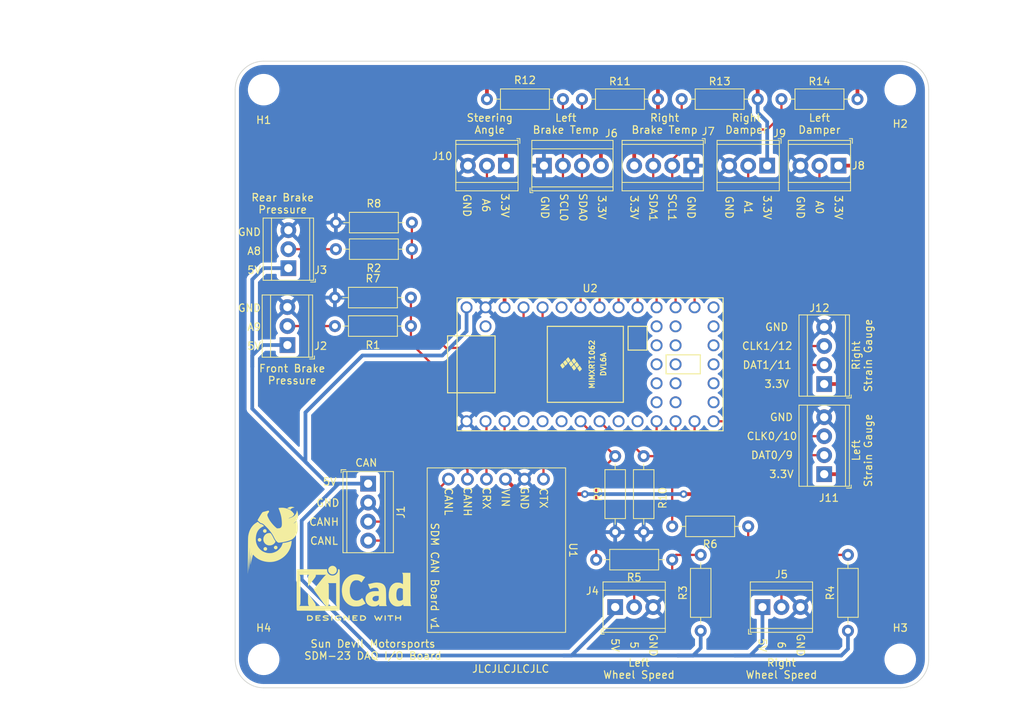
<source format=kicad_pcb>
(kicad_pcb (version 20221018) (generator pcbnew)
  (title_block (title "SDM-23 DAQ I/O Board") (date "2023-01-22") (rev "v1"))
  (layers (0 "F.Cu" signal) (31 "B.Cu" signal) (34 "B.Paste" user) (35 "F.Paste" user) (36 "B.SilkS" user "B.Silkscreen") (37 "F.SilkS" user "F.Silkscreen") (38 "B.Mask" user) (39 "F.Mask" user) (44 "Edge.Cuts" user))
  (net 0 "")
  (net 1 "+5V")
  (net 2 "Net-(J1-Pad3)")
  (net 3 "Net-(J1-Pad4)")
  (net 4 "GND")
  (net 5 "Net-(J2-Pad2)")
  (net 6 "Net-(J3-Pad2)")
  (net 7 "Net-(J4-Pad2)")
  (net 8 "Net-(J5-Pad2)")
  (net 9 "/SCL0")
  (net 10 "/SDA0")
  (net 11 "+3.3V")
  (net 12 "/SCL1")
  (net 13 "/SDA1")
  (net 14 "/A0")
  (net 15 "/A1")
  (net 16 "/A6")
  (net 17 "/DAT0")
  (net 18 "/CLK0")
  (net 19 "/DAT1")
  (net 20 "/CLK1")
  (net 21 "/A9")
  (net 22 "/A8")
  (net 23 "/5")
  (net 24 "/6")
  (net 25 "/CTX2")
  (net 26 "/CRX2")
  (footprint "TerminalBlock_TE-Connectivity:TerminalBlock_TE_282834-4_1x04_P2.54mm_Horizontal" (layer "F.Cu") (at 141.912 69.432)
    (fp_text reference "J6" (at 9.017 -4.318) (layer "F.SilkS"))
    (fp_text value "LeftBrakeTemp")
    (pad "1" thru_hole rect (at 0 0) (size 2.1 2.1) (drill 1.1) (layers "*.Cu" "*.Mask") (net 4 "GND"))
    (pad "2" thru_hole circle (at 2.54 0) (size 2.1 2.1) (drill 1.1) (layers "*.Cu" "*.Mask") (net 9 "/SCL0"))
    (pad "3" thru_hole circle (at 5.08 0) (size 2.1 2.1) (drill 1.1) (layers "*.Cu" "*.Mask") (net 10 "/SDA0"))
    (pad "4" thru_hole circle (at 7.62 0) (size 2.1 2.1) (drill 1.1) (layers "*.Cu" "*.Mask") (net 11 "+3.3V"))
  )
  (footprint "Resistor_THT:R_Axial_DIN0207_L6.3mm_D2.5mm_P10.16mm_Horizontal" (layer "F.Cu") (at 182.552 131.662 90)
    (fp_text reference "R4" (at 5.08 -2.37 90) (layer "F.SilkS"))
    (fp_text value "10k")
    (pad "1" thru_hole circle (at 0 0 90) (size 1.6 1.6) (drill 0.8) (layers "*.Cu" "*.Mask") (net 1 "+5V"))
    (pad "2" thru_hole oval (at 10.16 0 90) (size 1.6 1.6) (drill 0.8) (layers "*.Cu" "*.Mask") (net 8 "Net-(J5-Pad2)"))
  )
  (footprint "TerminalBlock_TE-Connectivity:TerminalBlock_TE_282834-4_1x04_P2.54mm_Horizontal" (layer "F.Cu") (at 179.377 98.647 90)
    (fp_text reference "J12" (at 10.165 -0.635 180) (layer "F.SilkS"))
    (fp_text value "RightStrainGauge")
    (pad "1" thru_hole rect (at 0 0 90) (size 2.1 2.1) (drill 1.1) (layers "*.Cu" "*.Mask") (net 11 "+3.3V"))
    (pad "2" thru_hole circle (at 2.54 0 90) (size 2.1 2.1) (drill 1.1) (layers "*.Cu" "*.Mask") (net 19 "/DAT1"))
    (pad "3" thru_hole circle (at 5.08 0 90) (size 2.1 2.1) (drill 1.1) (layers "*.Cu" "*.Mask") (net 20 "/CLK1"))
    (pad "4" thru_hole circle (at 7.62 0 90) (size 2.1 2.1) (drill 1.1) (layers "*.Cu" "*.Mask") (net 4 "GND"))
  )
  (footprint "MountingHole:MountingHole_3.2mm_M3" (layer "F.Cu") (at 104.447 135.472)
    (fp_text reference "H4" (at 0 -4.2) (layer "F.SilkS"))
    (fp_text value "M3")
    (pad "" np_thru_hole circle (at 0 0) (size 3.2 3.2) (drill 3.2) (layers "*.Cu" "*.Mask"))
  )
  (footprint "Resistor_THT:R_Axial_DIN0207_L6.3mm_D2.5mm_P10.16mm_Horizontal" (layer "F.Cu") (at 162.867 131.662 90)
    (fp_text reference "R3" (at 5.08 -2.37 90) (layer "F.SilkS"))
    (fp_text value "10k")
    (pad "1" thru_hole circle (at 0 0 90) (size 1.6 1.6) (drill 0.8) (layers "*.Cu" "*.Mask") (net 1 "+5V"))
    (pad "2" thru_hole oval (at 10.16 0 90) (size 1.6 1.6) (drill 0.8) (layers "*.Cu" "*.Mask") (net 7 "Net-(J4-Pad2)"))
  )
  (footprint "Resistor_THT:R_Axial_DIN0207_L6.3mm_D2.5mm_P10.16mm_Horizontal" (layer "F.Cu") (at 124.132 87.085 180)
    (fp_text reference "R7" (at 5.08 2.54) (layer "F.SilkS"))
    (fp_text value "4.7k")
    (pad "1" thru_hole circle (at 0 0 180) (size 1.6 1.6) (drill 0.8) (layers "*.Cu" "*.Mask") (net 21 "/A9"))
    (pad "2" thru_hole oval (at 10.16 0 180) (size 1.6 1.6) (drill 0.8) (layers "*.Cu" "*.Mask") (net 4 "GND"))
  )
  (footprint "Resistor_THT:R_Axial_DIN0207_L6.3mm_D2.5mm_P10.16mm_Horizontal" (layer "F.Cu") (at 155.247 108.294 -90)
    (fp_text reference "R10" (at 5.588 -2.54 90) (layer "F.SilkS"))
    (fp_text value "4.7k")
    (pad "1" thru_hole circle (at 0 0 270) (size 1.6 1.6) (drill 0.8) (layers "*.Cu" "*.Mask") (net 24 "/6"))
    (pad "2" thru_hole oval (at 10.16 0 270) (size 1.6 1.6) (drill 0.8) (layers "*.Cu" "*.Mask") (net 4 "GND"))
  )
  (footprint "TerminalBlock_TE-Connectivity:TerminalBlock_TE_282834-3_1x03_P2.54mm_Horizontal" (layer "F.Cu") (at 181.282 69.432 180)
    (fp_text reference "J8" (at -2.667 0) (layer "F.SilkS"))
    (fp_text value "LeftDamper")
    (pad "1" thru_hole rect (at 0 0 180) (size 2.1 2.1) (drill 1.1) (layers "*.Cu" "*.Mask") (net 11 "+3.3V"))
    (pad "2" thru_hole circle (at 2.54 0 180) (size 2.1 2.1) (drill 1.1) (layers "*.Cu" "*.Mask") (net 14 "/A0"))
    (pad "3" thru_hole circle (at 5.08 0 180) (size 2.1 2.1) (drill 1.1) (layers "*.Cu" "*.Mask") (net 4 "GND"))
  )
  (footprint "TerminalBlock_TE-Connectivity:TerminalBlock_TE_282834-3_1x03_P2.54mm_Horizontal" (layer "F.Cu") (at 107.749 83.148 90)
    (fp_text reference "J3" (at -0.254 4.318 180) (layer "F.SilkS"))
    (fp_text value "RearBrakePressure")
    (pad "1" thru_hole rect (at 0 0 90) (size 2.1 2.1) (drill 1.1) (layers "*.Cu" "*.Mask") (net 1 "+5V"))
    (pad "2" thru_hole circle (at 2.54 0 90) (size 2.1 2.1) (drill 1.1) (layers "*.Cu" "*.Mask") (net 6 "Net-(J3-Pad2)"))
    (pad "3" thru_hole circle (at 5.08 0 90) (size 2.1 2.1) (drill 1.1) (layers "*.Cu" "*.Mask") (net 4 "GND"))
  )
  (footprint "Resistor_THT:R_Axial_DIN0207_L6.3mm_D2.5mm_P10.16mm_Horizontal" (layer "F.Cu") (at 113.972 90.895)
    (fp_text reference "R1" (at 5.08 2.54) (layer "F.SilkS"))
    (fp_text value "4.7k")
    (pad "1" thru_hole circle (at 0 0) (size 1.6 1.6) (drill 0.8) (layers "*.Cu" "*.Mask") (net 5 "Net-(J2-Pad2)"))
    (pad "2" thru_hole oval (at 10.16 0) (size 1.6 1.6) (drill 0.8) (layers "*.Cu" "*.Mask") (net 21 "/A9"))
  )
  (footprint "Resistor_THT:R_Axial_DIN0207_L6.3mm_D2.5mm_P10.16mm_Horizontal" (layer "F.Cu") (at 114.099 80.608)
    (fp_text reference "R2" (at 5.08 2.54) (layer "F.SilkS"))
    (fp_text value "4.7k")
    (pad "1" thru_hole circle (at 0 0) (size 1.6 1.6) (drill 0.8) (layers "*.Cu" "*.Mask") (net 6 "Net-(J3-Pad2)"))
    (pad "2" thru_hole oval (at 10.16 0) (size 1.6 1.6) (drill 0.8) (layers "*.Cu" "*.Mask") (net 22 "/A8"))
  )
  (footprint "Symbol:KiCad-Logo2_6mm_SilkScreen" (layer "F.Cu") (at 116.512 125.947)
    (fp_text reference "REF**" hide)
    (fp_text value "KiCad-Logo2_6mm_SilkScreen" hide)
  )
  (footprint "Resistor_THT:R_Axial_DIN0207_L6.3mm_D2.5mm_P10.16mm_Horizontal" (layer "F.Cu") (at 146.992 60.542)
    (fp_text reference "R11" (at 5.08 -2.37) (layer "F.SilkS"))
    (fp_text value "4.7k")
    (pad "1" thru_hole circle (at 0 0) (size 1.6 1.6) (drill 0.8) (layers "*.Cu" "*.Mask") (net 10 "/SDA0"))
    (pad "2" thru_hole oval (at 10.16 0) (size 1.6 1.6) (drill 0.8) (layers "*.Cu" "*.Mask") (net 11 "+3.3V"))
  )
  (footprint "MountingHole:MountingHole_3.2mm_M3" (layer "F.Cu") (at 104.447 59.272)
    (fp_text reference "H1" (at 0 4.064) (layer "F.SilkS"))
    (fp_text value "M3")
    (pad "" np_thru_hole circle (at 0 0) (size 3.2 3.2) (drill 3.2) (layers "*.Cu" "*.Mask"))
  )
  (footprint "SDM:SDM_CANBoard_v1" (layer "F.Cu") (at 143.812 120.867 -90)
    (fp_text reference "U1" (at 0 -2 -90 unlocked) (layer "F.SilkS"))
    (fp_text value "SN65HVD230_CAN_Transceiver")
    (fp_text user "CTX" (at -6.96 1.96 -90 unlocked) (layer "F.SilkS"))
    (fp_text user "CANH" (at -6.5 12.12 -90 unlocked) (layer "F.SilkS"))
    (fp_text user "CRX" (at -6.96 9.58 -90 unlocked) (layer "F.SilkS"))
    (fp_text user "SDM CAN Board v1" (at 3.5 16.5 -90 unlocked) (layer "F.SilkS"))
    (fp_text user "CANL" (at -6.5 14.66 -90 unlocked) (layer "F.SilkS"))
    (fp_text user "VIN" (at -6.96 7.04 -90 unlocked) (layer "F.SilkS"))
    (fp_text user "GND" (at -6.96 4.5 -90 unlocked) (layer "F.SilkS"))
    (pad "1" thru_hole circle (at -9.5 1.96 270) (size 1.7 1.7) (drill 1) (layers "*.Cu" "*.Mask") (net 25 "/CTX2"))
    (pad "2" thru_hole circle (at -9.5 4.5 270) (size 1.7 1.7) (drill 1) (layers "*.Cu" "*.Mask") (net 4 "GND"))
    (pad "3" thru_hole circle (at -9.5 7.04 270) (size 1.7 1.7) (drill 1) (layers "*.Cu" "*.Mask") (net 11 "+3.3V"))
    (pad "4" thru_hole circle (at -9.5 9.58 270) (size 1.7 1.7) (drill 1) (layers "*.Cu" "*.Mask") (net 26 "/CRX2"))
    (pad "5" thru_hole circle (at -9.5 12.12 270) (size 1.7 1.7) (drill 1) (layers "*.Cu" "*.Mask") (net 2 "Net-(J1-Pad3)"))
    (pad "6" thru_hole circle (at -9.5 14.66 270) (size 1.7 1.7) (drill 1) (layers "*.Cu" "*.Mask") (net 3 "Net-(J1-Pad4)"))
  )
  (footprint "TerminalBlock_TE-Connectivity:TerminalBlock_TE_282834-3_1x03_P2.54mm_Horizontal" (layer "F.Cu") (at 107.622 93.435 90)
    (fp_text reference "J2" (at -0.127 4.445 180) (layer "F.SilkS"))
    (fp_text value "FrontBrakePressure")
    (pad "1" thru_hole rect (at 0 0 90) (size 2.1 2.1) (drill 1.1) (layers "*.Cu" "*.Mask") (net 1 "+5V"))
    (pad "2" thru_hole circle (at 2.54 0 90) (size 2.1 2.1) (drill 1.1) (layers "*.Cu" "*.Mask") (net 5 "Net-(J2-Pad2)"))
    (pad "3" thru_hole circle (at 5.08 0 90) (size 2.1 2.1) (drill 1.1) (layers "*.Cu" "*.Mask") (net 4 "GND"))
  )
  (footprint "TerminalBlock_TE-Connectivity:TerminalBlock_TE_282834-4_1x04_P2.54mm_Horizontal" (layer "F.Cu") (at 161.602 69.432 180)
    (fp_text reference "J7" (at -2.281 4.572) (layer "F.SilkS"))
    (fp_text value "RightBrakeTemp")
    (pad "1" thru_hole rect (at 0 0 180) (size 2.1 2.1) (drill 1.1) (layers "*.Cu" "*.Mask") (net 4 "GND"))
    (pad "2" thru_hole circle (at 2.54 0 180) (size 2.1 2.1) (drill 1.1) (layers "*.Cu" "*.Mask") (net 12 "/SCL1"))
    (pad "3" thru_hole circle (at 5.08 0 180) (size 2.1 2.1) (drill 1.1) (layers "*.Cu" "*.Mask") (net 13 "/SDA1"))
    (pad "4" thru_hole circle (at 7.62 0 180) (size 2.1 2.1) (drill 1.1) (layers "*.Cu" "*.Mask") (net 11 "+3.3V"))
  )
  (footprint "Resistor_THT:R_Axial_DIN0207_L6.3mm_D2.5mm_P10.16mm_Horizontal" (layer "F.Cu") (at 169.217 117.692 180)
    (fp_text reference "R6" (at 5.08 -2.37) (layer "F.SilkS"))
    (fp_text value "4.7k")
    (pad "1" thru_hole circle (at 0 0 180) (size 1.6 1.6) (drill 0.8) (layers "*.Cu" "*.Mask") (net 8 "Net-(J5-Pad2)"))
    (pad "2" thru_hole oval (at 10.16 0 180) (size 1.6 1.6) (drill 0.8) (layers "*.Cu" "*.Mask") (net 24 "/6"))
  )
  (footprint "TerminalBlock_TE-Connectivity:TerminalBlock_TE_282834-3_1x03_P2.54mm_Horizontal" (layer "F.Cu") (at 136.832 69.432 180)
    (fp_text reference "J10" (at 8.509 1.27) (layer "F.SilkS"))
    (fp_text value "SteeringAngle")
    (pad "1" thru_hole rect (at 0 0 180) (size 2.1 2.1) (drill 1.1) (layers "*.Cu" "*.Mask") (net 11 "+3.3V"))
    (pad "2" thru_hole circle (at 2.54 0 180) (size 2.1 2.1) (drill 1.1) (layers "*.Cu" "*.Mask") (net 16 "/A6"))
    (pad "3" thru_hole circle (at 5.08 0 180) (size 2.1 2.1) (drill 1.1) (layers "*.Cu" "*.Mask") (net 4 "GND"))
  )
  (footprint "Resistor_THT:R_Axial_DIN0207_L6.3mm_D2.5mm_P10.16mm_Horizontal" (layer "F.Cu") (at 160.327 60.542)
    (fp_text reference "R13" (at 5.08 -2.37) (layer "F.SilkS"))
    (fp_text value "4.7k")
    (pad "1" thru_hole circle (at 0 0) (size 1.6 1.6) (drill 0.8) (layers "*.Cu" "*.Mask") (net 13 "/SDA1"))
    (pad "2" thru_hole oval (at 10.16 0) (size 1.6 1.6) (drill 0.8) (layers "*.Cu" "*.Mask") (net 11 "+3.3V"))
  )
  (footprint "MountingHole:MountingHole_3.2mm_M3" (layer "F.Cu") (at 189.537 135.472)
    (fp_text reference "H3" (at 0 -4.2) (layer "F.SilkS"))
    (fp_text value "M3")
    (pad "" np_thru_hole circle (at 0 0) (size 3.2 3.2) (drill 3.2) (layers "*.Cu" "*.Mask"))
  )
  (footprint "Resistor_THT:R_Axial_DIN0207_L6.3mm_D2.5mm_P10.16mm_Horizontal" (layer "F.Cu") (at 124.259 77.052 180)
    (fp_text reference "R8" (at 5.08 2.54) (layer "F.SilkS"))
    (fp_text value "4.7k")
    (pad "1" thru_hole circle (at 0 0 180) (size 1.6 1.6) (drill 0.8) (layers "*.Cu" "*.Mask") (net 22 "/A8"))
    (pad "2" thru_hole oval (at 10.16 0 180) (size 1.6 1.6) (drill 0.8) (layers "*.Cu" "*.Mask") (net 4 "GND"))
  )
  (footprint "TerminalBlock_TE-Connectivity:TerminalBlock_TE_282834-4_1x04_P2.54mm_Horizontal" (layer "F.Cu") (at 179.377 110.707 90)
    (fp_text reference "J11" (at -3.175 0.635 180) (layer "F.SilkS"))
    (fp_text value "LeftStrainGauge")
    (pad "1" thru_hole rect (at 0 0 90) (size 2.1 2.1) (drill 1.1) (layers "*.Cu" "*.Mask") (net 11 "+3.3V"))
    (pad "2" thru_hole circle (at 2.54 0 90) (size 2.1 2.1) (drill 1.1) (layers "*.Cu" "*.Mask") (net 17 "/DAT0"))
    (pad "3" thru_hole circle (at 5.08 0 90) (size 2.1 2.1) (drill 1.1) (layers "*.Cu" "*.Mask") (net 18 "/CLK0"))
    (pad "4" thru_hole circle (at 7.62 0 90) (size 2.1 2.1) (drill 1.1) (layers "*.Cu" "*.Mask") (net 4 "GND"))
  )
  (footprint "MountingHole:MountingHole_3.2mm_M3" (layer "F.Cu") (at 189.537 59.272)
    (fp_text reference "H2" (at 0 4.572) (layer "F.SilkS"))
    (fp_text value "M3")
    (pad "" np_thru_hole circle (at 0 0) (size 3.2 3.2) (drill 3.2) (layers "*.Cu" "*.Mask"))
  )
  (footprint "Teensy:Teensy40" (layer "F.Cu") (at 148.082 96.012)
    (fp_text reference "U2" (at 0 -10.16) (layer "F.SilkS"))
    (fp_text value "Teensy4.0")
    (fp_text user "DVL6A" (at 1.778 0 90) (layer "F.SilkS") (effects (font (size 0.7 0.7))))
    (fp_text user "MIMXRT1062" (at 0.254 0 90) (layer "F.SilkS") (effects (font (size 0.7 0.7))))
    (pad "1" thru_hole circle (at -16.51 7.62) (size 1.6 1.6) (drill 1.1) (layers "*.Cu" "*.Mask") (net 4 "GND"))
    (pad "2" thru_hole circle (at -13.97 7.62) (size 1.6 1.6) (drill 1.1) (layers "*.Cu" "*.Mask") (net 26 "/CRX2"))
    (pad "3" thru_hole circle (at -11.43 7.62) (size 1.6 1.6) (drill 1.1) (layers "*.Cu" "*.Mask") (net 25 "/CTX2"))
    (pad "4" thru_hole circle (at -8.89 7.62) (size 1.6 1.6) (drill 1.1) (layers "*.Cu" "*.Mask"))
    (pad "5" thru_hole circle (at -6.35 7.62) (size 1.6 1.6) (drill 1.1) (layers "*.Cu" "*.Mask"))
    (pad "6" thru_hole circle (at -3.81 7.62) (size 1.6 1.6) (drill 1.1) (layers "*.Cu" "*.Mask"))
    (pad "7" thru_hole circle (at -1.27 7.62) (size 1.6 1.6) (drill 1.1) (layers "*.Cu" "*.Mask") (net 23 "/5"))
    (pad "8" thru_hole circle (at 1.27 7.62) (size 1.6 1.6) (drill 1.1) (layers "*.Cu" "*.Mask") (net 24 "/6"))
    (pad "9" thru_hole circle (at 3.81 7.62) (size 1.6 1.6) (drill 1.1) (layers "*.Cu" "*.Mask"))
    (pad "10" thru_hole circle (at 6.35 7.62) (size 1.6 1.6) (drill 1.1) (layers "*.Cu" "*.Mask"))
    (pad "11" thru_hole circle (at 8.89 7.62) (size 1.6 1.6) (drill 1.1) (layers "*.Cu" "*.Mask") (net 17 "/DAT0"))
    (pad "12" thru_hole circle (at 11.43 7.62) (size 1.6 1.6) (drill 1.1) (layers "*.Cu" "*.Mask") (net 18 "/CLK0"))
    (pad "13" thru_hole circle (at 13.97 7.62) (size 1.6 1.6) (drill 1.1) (layers "*.Cu" "*.Mask") (net 19 "/DAT1"))
    (pad "14" thru_hole circle (at 16.51 7.62) (size 1.6 1.6) (drill 1.1) (layers "*.Cu" "*.Mask") (net 20 "/CLK1"))
    (pad "15" thru_hole circle (at 16.51 5.08) (size 1.6 1.6) (drill 1.1) (layers "*.Cu" "*.Mask"))
    (pad "16" thru_hole circle (at 16.51 2.54) (size 1.6 1.6) (drill 1.1) (layers "*.Cu" "*.Mask"))
    (pad "17" thru_hole circle (at 16.51 0) (size 1.6 1.6) (drill 1.1) (layers "*.Cu" "*.Mask"))
    (pad "18" thru_hole circle (at 16.51 -2.54) (size 1.6 1.6) (drill 1.1) (layers "*.Cu" "*.Mask"))
    (pad "19" thru_hole circle (at 16.51 -5.08) (size 1.6 1.6) (drill 1.1) (layers "*.Cu" "*.Mask"))
    (pad "20" thru_hole circle (at 16.51 -7.62) (size 1.6 1.6) (drill 1.1) (layers "*.Cu" "*.Mask"))
    (pad "21" thru_hole circle (at 13.97 -7.62) (size 1.6 1.6) (drill 1.1) (layers "*.Cu" "*.Mask") (net 14 "/A0"))
    (pad "22" thru_hole circle (at 11.43 -7.62) (size 1.6 1.6) (drill 1.1) (layers "*.Cu" "*.Mask") (net 15 "/A1"))
    (pad "23" thru_hole circle (at 8.89 -7.62) (size 1.6 1.6) (drill 1.1) (layers "*.Cu" "*.Mask") (net 12 "/SCL1"))
    (pad "24" thru_hole circle (at 6.35 -7.62) (size 1.6 1.6) (drill 1.1) (layers "*.Cu" "*.Mask") (net 13 "/SDA1"))
    (pad "25" thru_hole circle (at 3.81 -7.62) (size 1.6 1.6) (drill 1.1) (layers "*.Cu" "*.Mask") (net 10 "/SDA0"))
    (pad "26" thru_hole circle (at 1.27 -7.62) (size 1.6 1.6) (drill 1.1) (layers "*.Cu" "*.Mask") (net 9 "/SCL0"))
    (pad "27" thru_hole circle (at -1.27 -7.62) (size 1.6 1.6) (drill 1.1) (layers "*.Cu" "*.Mask") (net 16 "/A6"))
    (pad "28" thru_hole circle (at -3.81 -7.62) (size 1.6 1.6) (drill 1.1) (layers "*.Cu" "*.Mask"))
    (pad "29" thru_hole circle (at -6.35 -7.62) (size 1.6 1.6) (drill 1.1) (layers "*.Cu" "*.Mask") (net 21 "/A9"))
    (pad "30" thru_hole circle (at -8.89 -7.62) (size 1.6 1.6) (drill 1.1) (layers "*.Cu" "*.Mask") (net 22 "/A8"))
    (pad "31" thru_hole circle (at -11.43 -7.62) (size 1.6 1.6) (drill 1.1) (layers "*.Cu" "*.Mask") (net 11 "+3.3V"))
    (pad "32" thru_hole circle (at -13.97 -7.62) (size 1.6 1.6) (drill 1.1) (layers "*.Cu" "*.Mask") (net 4 "GND"))
    (pad "33" thru_hole circle (at -16.51 -7.62) (size 1.6 1.6) (drill 1.1) (layers "*.Cu" "*.Mask") (net 1 "+5V"))
    (pad "34" thru_hole circle (at -13.97 -5.08) (size 1.6 1.6) (drill 1.1) (layers "*.Cu" "*.Mask"))
    (pad "35" thru_hole circle (at 11.43 -5.08) (size 1.6 1.6) (drill 1.1) (layers "*.Cu" "*.Mask"))
    (pad "36" thru_hole circle (at 8.89 -5.08) (size 1.6 1.6) (drill 1.1) (layers "*.Cu" "*.Mask"))
    (pad "37" thru_hole circle (at 11.43 -2.54) (size 1.6 1.6) (drill 1.1) (layers "*.Cu" "*.Mask"))
    (pad "38" thru_hole circle (at 8.89 -2.54) (size 1.6 1.6) (drill 1.1) (layers "*.Cu" "*.Mask"))
    (pad "39" thru_hole circle (at 11.43 0) (size 1.6 1.6) (drill 1.1) (layers "*.Cu" "*.Mask"))
    (pad "40" thru_hole circle (at 8.89 0) (size 1.6 1.6) (drill 1.1) (layers "*.Cu" "*.Mask"))
    (pad "41" thru_hole circle (at 11.43 2.54) (size 1.6 1.6) (drill 1.1) (layers "*.Cu" "*.Mask"))
    (pad "42" thru_hole circle (at 8.89 2.54) (size 1.6 1.6) (drill 1.1) (layers "*.Cu" "*.Mask"))
    (pad "43" thru_hole circle (at 11.43 5.08) (size 1.6 1.6) (drill 1.1) (layers "*.Cu" "*.Mask"))
    (pad "44" thru_hole circle (at 8.89 5.08) (size 1.6 1.6) (drill 1.1) (layers "*.Cu" "*.Mask"))
  )
  (footprint "Resistor_THT:R_Axial_DIN0207_L6.3mm_D2.5mm_P10.16mm_Horizontal" (layer "F.Cu") (at 173.662 60.542)
    (fp_text reference "R14" (at 5.08 -2.37) (layer "F.SilkS"))
    (fp_text value "4.7k")
    (pad "1" thru_hole circle (at 0 0) (size 1.6 1.6) (drill 0.8) (layers "*.Cu" "*.Mask") (net 12 "/SCL1"))
    (pad "2" thru_hole oval (at 10.16 0) (size 1.6 1.6) (drill 0.8) (layers "*.Cu" "*.Mask") (net 11 "+3.3V"))
  )
  (footprint "TerminalBlock_TE-Connectivity:TerminalBlock_TE_282834-3_1x03_P2.54mm_Horizontal" (layer "F.Cu") (at 171.122 128.487)
    (fp_text reference "J5" (at 2.54 -4.37) (layer "F.SilkS"))
    (fp_text value "RightWheelSpeed")
    (pad "1" thru_hole rect (at 0 0) (size 2.1 2.1) (drill 1.1) (layers "*.Cu" "*.Mask") (net 1 "+5V"))
    (pad "2" thru_hole circle (at 2.54 0) (size 2.1 2.1) (drill 1.1) (layers "*.Cu" "*.Mask") (net 8 "Net-(J5-Pad2)"))
    (pad "3" thru_hole circle (at 5.08 0) (size 2.1 2.1) (drill 1.1) (layers "*.Cu" "*.Mask") (net 4 "GND"))
  )
  (footprint "SDM:Logo" (layer "F.Cu") (at 105.717 119.597 -90)
    (fp_text reference "G***" hide)
    (fp_text value "LOGO" hide)
  )
  (footprint "Resistor_THT:R_Axial_DIN0207_L6.3mm_D2.5mm_P10.16mm_Horizontal" (layer "F.Cu") (at 151.437 108.294 -90)
    (fp_text reference "R9" (at 5.08 2.286 90) (layer "F.SilkS"))
    (fp_text value "4.7k")
    (pad "1" thru_hole circle (at 0 0 270) (size 1.6 1.6) (drill 0.8) (layers "*.Cu" "*.Mask") (net 23 "/5"))
    (pad "2" thru_hole oval (at 10.16 0 270) (size 1.6 1.6) (drill 0.8) (layers "*.Cu" "*.Mask") (net 4 "GND"))
  )
  (footprint "Resistor_THT:R_Axial_DIN0207_L6.3mm_D2.5mm_P10.16mm_Horizontal" (layer "F.Cu") (at 159.057 122.137 180)
    (fp_text reference "R5" (at 5.08 -2.37) (layer "F.SilkS"))
    (fp_text value "4.7k")
    (pad "1" thru_hole circle (at 0 0 180) (size 1.6 1.6) (drill 0.8) (layers "*.Cu" "*.Mask") (net 7 "Net-(J4-Pad2)"))
    (pad "2" thru_hole oval (at 10.16 0 180) (size 1.6 1.6) (drill 0.8) (layers "*.Cu" "*.Mask") (net 23 "/5"))
  )
  (footprint "TerminalBlock_TE-Connectivity:TerminalBlock_TE_282834-4_1x04_P2.54mm_Horizontal" (layer "F.Cu") (at 118.417 111.972 -90)
    (fp_text reference "J1" (at 3.81 -4.37 90) (layer "F.SilkS"))
    (fp_text value "CAN")
    (pad "1" thru_hole rect (at 0 0 270) (size 2.1 2.1) (drill 1.1) (layers "*.Cu" "*.Mask") (net 1 "+5V"))
    (pad "2" thru_hole circle (at 2.54 0 270) (size 2.1 2.1) (drill 1.1) (layers "*.Cu" "*.Mask") (net 4 "GND"))
    (pad "3" thru_hole circle (at 5.08 0 270) (size 2.1 2.1) (drill 1.1) (layers "*.Cu" "*.Mask") (net 2 "Net-(J1-Pad3)"))
    (pad "4" thru_hole circle (at 7.62 0 270) (size 2.1 2.1) (drill 1.1) (layers "*.Cu" "*.Mask") (net 3 "Net-(J1-Pad4)"))
  )
  (footprint "TerminalBlock_TE-Connectivity:TerminalBlock_TE_282834-3_1x03_P2.54mm_Horizontal" (layer "F.Cu") (at 171.757 69.432 180)
    (fp_text reference "J9" (at -1.66 4.318) (layer "F.SilkS"))
    (fp_text value "RightDamper")
    (pad "1" thru_hole rect (at 0 0 180) (size 2.1 2.1) (drill 1.1) (layers "*.Cu" "*.Mask") (net 11 "+3.3V"))
    (pad "2" thru_hole circle (at 2.54 0 180) (size 2.1 2.1) (drill 1.1) (layers "*.Cu" "*.Mask") (net 15 "/A1"))
    (pad "3" thru_hole circle (at 5.08 0 180) (size 2.1 2.1) (drill 1.1) (layers "*.Cu" "*.Mask") (net 4 "GND"))
  )
  (footprint "TerminalBlock_TE-Connectivity:TerminalBlock_TE_282834-3_1x03_P2.54mm_Horizontal" (layer "F.Cu") (at 151.437 128.487)
    (fp_text reference "J4" (at -3.048 -2.159) (layer "F.SilkS"))
    (fp_text value "LeftWheelSpeed")
    (pad "1" thru_hole rect (at 0 0) (size 2.1 2.1) (drill 1.1) (layers "*.Cu" "*.Mask") (net 1 "+5V"))
    (pad "2" thru_hole circle (at 2.54 0) (size 2.1 2.1) (drill 1.1) (layers "*.Cu" "*.Mask") (net 7 "Net-(J4-Pad2)"))
    (pad "3" thru_hole circle (at 5.08 0) (size 2.1 2.1) (drill 1.1) (layers "*.Cu" "*.Mask") (net 4 "GND"))
  )
  (footprint "Resistor_THT:R_Axial_DIN0207_L6.3mm_D2.5mm_P10.16mm_Horizontal" (layer "F.Cu") (at 144.452 60.542 180)
    (fp_text reference "R12" (at 5.08 2.54) (layer "F.SilkS"))
    (fp_text value "4.7k")
    (pad "1" thru_hole circle (at 0 0 180) (size 1.6 1.6) (drill 0.8) (layers "*.Cu" "*.Mask") (net 9 "/SCL0"))
    (pad "2" thru_hole oval (at 10.16 0 180) (size 1.6 1.6) (drill 0.8) (layers "*.Cu" "*.Mask") (net 11 "+3.3V"))
  )
  (gr_arc (start 100.637 59.272) (mid 101.752923 56.577923) (end 104.447 55.462) (stroke (width 0.1)) (layer "Edge.Cuts"))
  (gr_line (start 193.347 59.272) (end 193.347 135.472) (stroke (width 0.1)) (layer "Edge.Cuts"))
  (gr_arc (start 189.537 55.462) (mid 192.231077 56.577923) (end 193.347 59.272) (stroke (width 0.1)) (layer "Edge.Cuts"))
  (gr_line (start 104.447 55.462) (end 189.537 55.462) (stroke (width 0.1)) (layer "Edge.Cuts"))
  (gr_arc (start 104.447 139.282) (mid 101.752923 138.166077) (end 100.637 135.472) (stroke (width 0.1)) (layer "Edge.Cuts"))
  (gr_line (start 189.537 139.282) (end 104.447 139.282) (stroke (width 0.1)) (layer "Edge.Cuts"))
  (gr_arc (start 193.347 135.472) (mid 192.231077 138.166077) (end 189.537 139.282) (stroke (width 0.1)) (layer "Edge.Cuts"))
  (gr_line (start 100.637 135.472) (end 100.637 59.272) (stroke (width 0.1)) (layer "Edge.Cuts"))
  (gr_text "A6" (at 134.165 74.766 270) (layer "F.SilkS") (effects (font (size 1 1))))
  (gr_text "GND" (at 142.039 75.02 270) (layer "F.SilkS") (effects (font (size 1 1))))
  (gr_text "Right\nWheel Speed" (at 173.662 136.742) (layer "F.SilkS") (effects (font (size 1 1))))
  (gr_text "Steering\nAngle" (at 134.673 63.844) (layer "F.SilkS") (effects (font (size 1 1))))
  (gr_text "SCL1" (at 159.057 75.02 270) (layer "F.SilkS") (effects (font (size 1 1))))
  (gr_text "Left\nStrain Gauge" (at 184.457 107.532 90) (layer "F.SilkS") (effects (font (size 1 1))))
  (gr_text "GND" (at 176.202 133.567 270) (layer "F.SilkS") (effects (font (size 1 1))))
  (gr_text "A9" (at 103.177 91.022) (layer "F.SilkS") (effects (font (size 1 1))))
  (gr_text "JLCJLCJLCJLC" (at 137.467 136.742) (layer "F.SilkS") (effects (font (size 1 1))))
  (gr_text "3.3V" (at 136.705 74.766 270) (layer "F.SilkS") (effects (font (size 1 1))))
  (gr_text "6\n" (at 173.662 133.567 270) (layer "F.SilkS") (effects (font (size 1 1))))
  (gr_text "GND" (at 161.597 75.02 270) (layer "F.SilkS") (effects (font (size 1 1))))
  (gr_text "DAT0/9" (at 172.392 108.167) (layer "F.SilkS") (effects (font (size 1 1))))
  (gr_text "GND" (at 173.027 91.022) (layer "F.SilkS") (effects (font (size 1 1))))
  (gr_text "Left\nBrake Temp" (at 144.833 63.844) (layer "F.SilkS") (effects (font (size 1 1))))
  (gr_text "Left\nDamper" (at 178.742 63.844) (layer "F.SilkS") (effects (font (size 1 1))))
  (gr_text "SDA1" (at 156.517 75.02 270) (layer "F.SilkS") (effects (font (size 1 1))))
  (gr_text "GND" (at 102.542 88.482) (layer "F.SilkS") (effects (font (size 1 1))))
  (gr_text "GND" (at 176.202 75.02 270) (layer "F.SilkS") (effects (font (size 1 1))))
  (gr_text "3.3V" (at 171.757 75.02 270) (layer "F.SilkS") (effects (font (size 1 1))))
  (gr_text "Right\nDamper" (at 168.963 63.844) (layer "F.SilkS") (effects (font (size 1 1))))
  (gr_text "Left\nWheel Speed" (at 154.612 136.742) (layer "F.SilkS") (effects (font (size 1 1))))
  (gr_text "CANL" (at 112.522 119.634) (layer "F.SilkS") (effects (font (size 1 1))))
  (gr_text "GND" (at 102.542 78.322) (layer "F.SilkS") (effects (font (size 1 1))))
  (gr_text "Front Brake\nPressure" (at 108.257 97.372) (layer "F.SilkS") (effects (font (size 1 1))))
  (gr_text "SDA0" (at 147.119 75.02 270) (layer "F.SilkS") (effects (font (size 1 1))))
  (gr_text "A1" (at 169.217 75.02 270) (layer "F.SilkS") (effects (font (size 1 1))))
  (gr_text "3.3V" (at 181.282 75.02 270) (layer "F.SilkS") (effects (font (size 1 1))))
  (gr_text "CLK0/10" (at 172.392 105.627) (layer "F.SilkS") (effects (font (size 1 1))))
  (gr_text "5V" (at 171.122 133.567 270) (layer "F.SilkS") (effects (font (size 1 1))))
  (gr_text "GND" (at 166.677 75.02 270) (layer "F.SilkS") (effects (font (size 1 1))))
  (gr_text "3.3V" (at 173.662 110.707) (layer "F.SilkS") (effects (font (size 1 1))))
  (gr_text "3.3V" (at 153.977 75.02 270) (layer "F.SilkS") (effects (font (size 1 1))))
  (gr_text "5V" (at 113.284 111.723) (layer "F.SilkS") (effects (font (size 1 1))))
  (gr_text "CLK1/12" (at 171.757 93.562) (layer "F.SilkS") (effects (font (size 1 1))))
  (gr_text "3.3V" (at 149.659 75.02 270) (layer "F.SilkS") (effects (font (size 1 1))))
  (gr_text "GND" (at 131.625 74.766 270) (layer "F.SilkS") (effects (font (size 1 1))))
  (gr_text "Rear Brake\nPressure" (at 106.987 74.512) (layer "F.SilkS") (effects (font (size 1 1))))
  (gr_text "A0" (at 178.742 75.02 270) (layer "F.SilkS") (effects (font (size 1 1))))
  (gr_text "DAT1/11" (at 171.757 96.102) (layer "F.SilkS") (effects (font (size 1 1))))
  (gr_text "Right\nBrake Temp" (at 158.041 63.844) (layer "F.SilkS") (effects (font (size 1 1))))
  (gr_text "A8" (at 103.177 80.862) (layer "F.SilkS") (effects (font (size 1 1))))
  (gr_text "GND" (at 156.517 133.567 270) (layer "F.SilkS") (effects (font (size 1 1))))
  (gr_text "SCL0" (at 144.579 75.02 270) (layer "F.SilkS") (effects (font (size 1 1))))
  (gr_text "5V" (at 103.177 93.562) (layer "F.SilkS") (effects (font (size 1 1))))
  (gr_text "5V" (at 103.177 83.402) (layer "F.SilkS") (effects (font (size 1 1))))
  (gr_text "CANH" (at 112.522 117.094) (layer "F.SilkS") (effects (font (size 1 1))))
  (gr_text "Right\nStrain Gauge" (at 184.457 94.832 90) (layer "F.SilkS") (effects (font (size 1 1))))
  (gr_text "GND" (at 113.03 114.554) (layer "F.SilkS") (effects (font (size 1 1))))
  (gr_text "GND" (at 173.662 103.087) (layer "F.SilkS") (effects (font (size 1 1))))
  (gr_text "5V" (at 151.437 133.567 270) (layer "F.SilkS") (effects (font (size 1 1))))
  (gr_text "3.3V" (at 173.027 98.642) (layer "F.SilkS") (effects (font (size 1 1))))
  (gr_text "Sun Devil Motorsports\nSDM-23 DAQ I/O Board" (at 119.052 134.202) (layer "F.SilkS") (effects (font (size 1 1))))
  (gr_text "5" (at 153.977 133.567 270) (layer "F.SilkS") (effects (font (size 1 1))))
  (gr_text "CAN\n" (at 118.163 109.183) (layer "F.SilkS") (effects (font (size 1 1))))
  (segment (start 110.035 109.056) (end 110.035 102.452) (width 0.5) (layer "B.Cu") (net 1))
  (segment (start 114.475 111.972) (end 109.527 116.92) (width 0.5) (layer "B.Cu") (net 1))
  (segment (start 118.417 111.972) (end 114.475 111.972) (width 0.5) (layer "B.Cu") (net 1))
  (segment (start 110.289 109.31) (end 110.035 109.056) (width 0.5) (layer "B.Cu") (net 1))
  (segment (start 117.655 94.832) (end 128.323 94.832) (width 0.5) (layer "B.Cu") (net 1))
  (segment (start 119.687 134.964) (end 144.579 134.964) (width 0.5) (layer "B.Cu") (net 1))
  (segment (start 144.579 134.964) (end 145.595 134.964) (width 0.5) (layer "B.Cu") (net 1))
  (segment (start 169.471 134.964) (end 171.122 133.313) (width 0.5) (layer "B.Cu") (net 1))
  (segment (start 110.035 102.452) (end 117.655 94.832) (width 0.5) (layer "B.Cu") (net 1))
  (segment (start 145.595 134.964) (end 151.437 129.122) (width 0.5) (layer "B.Cu") (net 1))
  (segment (start 161.851 134.964) (end 162.867 133.948) (width 0.5) (layer "B.Cu") (net 1))
  (segment (start 102.923 101.944) (end 102.923 96.356) (width 0.5) (layer "B.Cu") (net 1))
  (segment (start 114.475 111.972) (end 112.951 111.972) (width 0.5) (layer "B.Cu") (net 1))
  (segment (start 182.552 134.075) (end 182.552 131.662) (width 0.5) (layer "B.Cu") (net 1))
  (segment (start 112.951 111.972) (end 110.289 109.31) (width 0.5) (layer "B.Cu") (net 1))
  (segment (start 104.32 93.435) (end 107.622 93.435) (width 0.5) (layer "B.Cu") (net 1))
  (segment (start 102.923 94.832) (end 104.32 93.435) (width 0.5) (layer "B.Cu") (net 1))
  (segment (start 102.923 96.356) (end 102.923 94.832) (width 0.5) (layer "B.Cu") (net 1))
  (segment (start 162.867 133.948) (end 162.867 131.662) (width 0.5) (layer "B.Cu") (net 1))
  (segment (start 104.447 83.148) (end 107.749 83.148) (width 0.5) (layer "B.Cu") (net 1))
  (segment (start 131.572 91.583) (end 128.323 94.832) (width 0.5) (layer "B.Cu") (net 1))
  (segment (start 144.579 134.964) (end 159.819 134.964) (width 0.5) (layer "B.Cu") (net 1))
  (segment (start 151.437 129.122) (end 151.437 128.487) (width 0.5) (layer "B.Cu") (net 1))
  (segment (start 102.923 96.356) (end 102.923 84.672) (width 0.5) (layer "B.Cu") (net 1))
  (segment (start 102.923 84.672) (end 104.447 83.148) (width 0.5) (layer "B.Cu") (net 1))
  (segment (start 109.527 116.92) (end 109.527 124.804) (width 0.5) (layer "B.Cu") (net 1))
  (segment (start 110.289 109.31) (end 102.923 101.944) (width 0.5) (layer "B.Cu") (net 1))
  (segment (start 167.439 134.964) (end 181.663 134.964) (width 0.5) (layer "B.Cu") (net 1))
  (segment (start 181.663 134.964) (end 182.552 134.075) (width 0.5) (layer "B.Cu") (net 1))
  (segment (start 109.527 124.804) (end 119.687 134.964) (width 0.5) (layer "B.Cu") (net 1))
  (segment (start 171.122 133.313) (end 171.122 128.487) (width 0.5) (layer "B.Cu") (net 1))
  (segment (start 159.819 134.964) (end 167.439 134.964) (width 0.5) (layer "B.Cu") (net 1))
  (segment (start 159.819 134.964) (end 161.851 134.964) (width 0.5) (layer "B.Cu") (net 1))
  (segment (start 131.572 88.392) (end 131.572 91.583) (width 0.5) (layer "B.Cu") (net 1))
  (segment (start 167.439 134.964) (end 169.471 134.964) (width 0.5) (layer "B.Cu") (net 1))
  (segment (start 128.524 109.22) (end 130.81 109.22) (width 0.3) (layer "F.Cu") (net 2))
  (segment (start 118.417 117.052) (end 120.692 117.052) (width 0.3) (layer "F.Cu") (net 2))
  (segment (start 130.81 109.22) (end 131.692 110.102) (width 0.3) (layer "F.Cu") (net 2))
  (segment (start 120.692 117.052) (end 128.524 109.22) (width 0.3) (layer "F.Cu") (net 2))
  (segment (start 131.692 110.102) (end 131.692 111.367) (width 0.3) (layer "F.Cu") (net 2))
  (segment (start 120.927 119.592) (end 129.152 111.367) (width 0.3) (layer "F.Cu") (net 3))
  (segment (start 118.417 119.592) (end 120.927 119.592) (width 0.3) (layer "F.Cu") (net 3))
  (segment (start 107.622 90.895) (end 113.972 90.895) (width 0.3) (layer "F.Cu") (net 5))
  (segment (start 107.749 80.608) (end 114.099 80.608) (width 0.3) (layer "F.Cu") (net 6))
  (segment (start 159.057 122.137) (end 159.057 122.01) (width 0.3) (layer "F.Cu") (net 7))
  (segment (start 153.977 126.582) (end 155.755 124.804) (width 0.3) (layer "F.Cu") (net 7))
  (segment (start 159.057 123.534) (end 159.057 122.137) (width 0.3) (layer "F.Cu") (net 7))
  (segment (start 159.565 121.502) (end 162.867 121.502) (width 0.3) (layer "F.Cu") (net 7))
  (segment (start 159.057 122.01) (end 159.565 121.502) (width 0.3) (layer "F.Cu") (net 7))
  (segment (start 157.787 124.804) (end 159.057 123.534) (width 0.3) (layer "F.Cu") (net 7))
  (segment (start 153.977 128.487) (end 153.977 126.582) (width 0.3) (layer "F.Cu") (net 7))
  (segment (start 155.755 124.804) (end 157.787 124.804) (width 0.3) (layer "F.Cu") (net 7))
  (segment (start 173.662 126.455) (end 173.662 125.693) (width 0.3) (layer "F.Cu") (net 8))
  (segment (start 173.662 125.693) (end 177.853 121.502) (width 0.3) (layer "F.Cu") (net 8))
  (segment (start 173.662 126.455) (end 169.217 122.01) (width 0.3) (layer "F.Cu") (net 8))
  (segment (start 169.217 122.01) (end 169.217 117.692) (width 0.3) (layer "F.Cu") (net 8))
  (segment (start 177.853 121.502) (end 182.552 121.502) (width 0.3) (layer "F.Cu") (net 8))
  (segment (start 173.662 128.487) (end 173.662 126.455) (width 0.3) (layer "F.Cu") (net 8))
  (segment (start 144.452 60.542) (end 144.452 69.432) (width 0.3) (layer "F.Cu") (net 9))
  (segment (start 149.352 77.253) (end 144.452 72.353) (width 0.3) (layer "F.Cu") (net 9))
  (segment (start 149.352 88.392) (end 149.352 77.253) (width 0.3) (layer "F.Cu") (net 9))
  (segment (start 144.452 72.353) (end 144.452 69.432) (width 0.3) (layer "F.Cu") (net 9))
  (segment (start 146.992 72.353) (end 151.892 77.253) (width 0.3) (layer "F.Cu") (net 10))
  (segment (start 151.892 77.253) (end 151.892 88.392) (width 0.3) (layer "F.Cu") (net 10))
  (segment (start 146.992 69.432) (end 146.992 60.542) (width 0.3) (layer "F.Cu") (net 10))
  (segment (start 146.992 69.432) (end 146.992 72.353) (width 0.3) (layer "F.Cu") (net 10))
  (segment (start 136.197 65.622) (end 136.832 66.257) (width 0.5) (layer "F.Cu") (net 11))
  (segment (start 156.517 58.002) (end 169.217 58.002) (width 0.5) (layer "F.Cu") (net 11))
  (segment (start 183.187 58.002) (end 183.822 58.637) (width 0.5) (layer "F.Cu") (net 11))
  (segment (start 136.652 88.392) (end 136.652 85.127) (width 0.5) (layer "F.Cu") (net 11))
  (segment (start 155.247 64.352) (end 154.739 64.352) (width 0.5) (layer "F.Cu") (net 11))
  (segment (start 185.727 95.848) (end 185.727 107.532) (width 0.5) (layer "F.Cu") (net 11))
  (segment (start 151.183 64.352) (end 149.532 66.003) (width 0.5) (layer "F.Cu") (net 11))
  (segment (start 185.727 107.532) (end 185.727 109.056) (width 0.5) (layer "F.Cu") (net 11))
  (segment (start 157.152 58.637) (end 156.517 58.002) (width 0.5) (layer "F.Cu") (net 11))
  (segment (start 185.727 95.848) (end 185.727 97.372) (width 0.5) (layer "F.Cu") (net 11))
  (segment (start 134.292 58.637) (end 133.657 58.002) (width 0.5) (layer "F.Cu") (net 11))
  (segment (start 157.152 60.542) (end 157.152 58.637) (width 0.5) (layer "F.Cu") (net 11))
  (segment (start 169.217 58.002) (end 181.917 58.002) (width 0.5) (layer "F.Cu") (net 11))
  (segment (start 126.037 68.162) (end 126.037 61.812) (width 0.5) (layer "F.Cu") (net 11))
  (segment (start 185.727 109.056) (end 185.727 111.342) (width 0.5) (layer "F.Cu") (net 11))
  (segment (start 126.037 74.512) (end 126.037 68.162) (width 0.5) (layer "F.Cu") (net 11))
  (segment (start 184.711 69.432) (end 181.282 69.432) (width 0.5) (layer "F.Cu") (net 11))
  (segment (start 184.965 58.002) (end 185.727 58.764) (width 0.5) (layer "F.Cu") (net 11))
  (segment (start 126.037 61.812) (end 129.847 58.002) (width 0.5) (layer "F.Cu") (net 11))
  (segment (start 128.577 65.622) (end 136.197 65.622) (width 0.5) (layer "F.Cu") (net 11))
  (segment (start 184.076 110.707) (end 179.377 110.707) (width 0.5) (layer "F.Cu") (net 11))
  (segment (start 153.982 65.109) (end 153.982 69.432) (width 0.5) (layer "F.Cu") (net 11))
  (segment (start 185.727 97.372) (end 184.452 98.647) (width 0.5) (layer "F.Cu") (net 11))
  (segment (start 138.779 113.374) (end 136.772 111.367) (width 0.5) (layer "F.Cu") (net 11))
  (segment (start 184.452 98.647) (end 179.377 98.647) (width 0.5) (layer "F.Cu") (net 11))
  (segment (start 185.727 109.056) (end 184.076 110.707) (width 0.5) (layer "F.Cu") (net 11))
  (segment (start 185.727 68.416) (end 184.711 69.432) (width 0.5) (layer "F.Cu") (net 11))
  (segment (start 185.727 111.342) (end 183.695 113.374) (width 0.5) (layer "F.Cu") (net 11))
  (segment (start 183.822 58.637) (end 183.822 60.542) (width 0.5) (layer "F.Cu") (net 11))
  (segment (start 154.739 64.352) (end 153.982 65.109) (width 0.5) (layer "F.Cu") (net 11))
  (segment (start 136.652 85.127) (end 126.037 74.512) (width 0.5) (layer "F.Cu") (net 11))
  (segment (start 149.532 66.003) (end 149.532 69.432) (width 0.5) (layer "F.Cu") (net 11))
  (segment (start 126.037 68.162) (end 128.577 65.622) (width 0.5) (layer "F.Cu") (net 11))
  (segment (start 154.739 64.352) (end 151.183 64.352) (width 0.5) (layer "F.Cu") (net 11))
  (segment (start 185.727 68.416) (end 185.727 95.848) (width 0.5) (layer "F.Cu") (net 11))
  (segment (start 134.292 60.542) (end 134.292 58.637) (width 0.5) (layer "F.Cu") (net 11))
  (segment (start 181.917 58.002) (end 184.965 58.002) (width 0.5) (layer "F.Cu") (net 11))
  (segment (start 185.727 58.764) (end 185.727 68.416) (width 0.5) (layer "F.Cu") (net 11))
  (segment (start 170.487 59.272) (end 169.217 58.002) (width 0.5) (layer "F.Cu") (net 11))
  (segment (start 170.487 60.542) (end 170.487 59.272) (width 0.5) (layer "F.Cu") (net 11))
  (segment (start 181.917 58.002) (end 183.187 58.002) (width 0.5) (layer "F.Cu") (net 11))
  (segment (start 157.152 60.542) (end 157.152 62.447) (width 0.5) (layer "F.Cu") (net 11))
  (segment (start 129.847 58.002) (end 156.517 58.002) (width 0.5) (layer "F.Cu") (net 11))
  (segment (start 147.373 113.374) (end 138.779 113.374) (width 0.5) (layer "F.Cu") (net 11))
  (segment (start 183.695 113.374) (end 160.581 113.374) (width 0.5) (layer "F.Cu") (net 11))
  (segment (start 136.832 66.257) (end 136.832 69.432) (width 0.5) (layer "F.Cu") (net 11))
  (segment (start 157.152 62.447) (end 155.247 64.352) (width 0.5) (layer "F.Cu") (net 11))
  (via (at 147.373 113.374) (size 1) (drill 0.5) (layers "F.Cu" "B.Cu") (net 11))
  (via (at 160.581 113.374) (size 1) (drill 0.5) (layers "F.Cu" "B.Cu") (net 11))
  (segment (start 170.487 62.32) (end 170.487 60.542) (width 0.5) (layer "B.Cu") (net 11))
  (segment (start 171.757 63.59) (end 170.487 62.32) (width 0.5) (layer "B.Cu") (net 11))
  (segment (start 171.757 69.432) (end 171.757 63.59) (width 0.5) (layer "B.Cu") (net 11))
  (segment (start 160.581 113.374) (end 147.373 113.374) (width 0.5) (layer "B.Cu") (net 11))
  (segment (start 159.062 68.665) (end 163.121 64.606) (width 0.3) (layer "F.Cu") (net 12))
  (segment (start 159.062 73.237) (end 156.972 75.327) (width 0.3) (layer "F.Cu") (net 12))
  (segment (start 171.757 64.606) (end 173.662 62.701) (width 0.3) (layer "F.Cu") (net 12))
  (segment (start 156.972 75.327) (end 156.972 88.392) (width 0.3) (layer "F.Cu") (net 12))
  (segment (start 163.121 64.606) (end 171.757 64.606) (width 0.3) (layer "F.Cu") (net 12))
  (segment (start 173.662 62.701) (end 173.662 60.542) (width 0.3) (layer "F.Cu") (net 12))
  (segment (start 159.062 69.432) (end 159.062 68.665) (width 0.3) (layer "F.Cu") (net 12))
  (segment (start 159.062 69.432) (end 159.062 73.237) (width 0.3) (layer "F.Cu") (net 12))
  (segment (start 160.327 60.542) (end 160.327 62.066) (width 0.3) (layer "F.Cu") (net 13))
  (segment (start 154.432 88.392) (end 154.432 74.819) (width 0.3) (layer "F.Cu") (net 13))
  (segment (start 154.432 74.819) (end 156.522 72.729) (width 0.3) (layer "F.Cu") (net 13))
  (segment (start 156.522 72.729) (end 156.522 69.432) (width 0.3) (layer "F.Cu") (net 13))
  (segment (start 160.327 62.066) (end 156.522 65.871) (width 0.3) (layer "F.Cu") (net 13))
  (segment (start 156.522 65.871) (end 156.522 69.432) (width 0.3) (layer "F.Cu") (net 13))
  (segment (start 162.052 88.392) (end 162.052 85.995) (width 0.3) (layer "F.Cu") (net 14))
  (segment (start 178.742 72.353) (end 178.742 69.432) (width 0.3) (layer "F.Cu") (net 14))
  (segment (start 177.091 74.004) (end 178.742 72.353) (width 0.3) (layer "F.Cu") (net 14))
  (segment (start 162.052 85.995) (end 174.043 74.004) (width 0.3) (layer "F.Cu") (net 14))
  (segment (start 174.043 74.004) (end 177.091 74.004) (width 0.3) (layer "F.Cu") (net 14))
  (segment (start 159.512 88.392) (end 159.512 82.439) (width 0.3) (layer "F.Cu") (net 15))
  (segment (start 169.217 72.734) (end 169.217 69.432) (width 0.3) (layer "F.Cu") (net 15))
  (segment (start 159.512 82.439) (end 169.217 72.734) (width 0.3) (layer "F.Cu") (net 15))
  (segment (start 134.292 72.353) (end 134.292 69.432) (width 0.3) (layer "F.Cu") (net 16))
  (segment (start 146.812 84.873) (end 134.292 72.353) (width 0.3) (layer "F.Cu") (net 16))
  (segment (start 146.812 88.392) (end 146.812 84.873) (width 0.3) (layer "F.Cu") (net 16))
  (segment (start 159.946 108.167) (end 156.972 105.193) (width 0.3) (layer "F.Cu") (net 17))
  (segment (start 179.377 108.167) (end 159.946 108.167) (width 0.3) (layer "F.Cu") (net 17))
  (segment (start 156.972 105.193) (end 156.972 103.632) (width 0.3) (layer "F.Cu") (net 17))
  (segment (start 159.512 104.939) (end 159.512 103.632) (width 0.3) (layer "F.Cu") (net 18))
  (segment (start 168.201 107.024) (end 161.597 107.024) (width 0.3) (layer "F.Cu") (net 18))
  (segment (start 179.377 105.627) (end 169.598 105.627) (width 0.3) (layer "F.Cu") (net 18))
  (segment (start 161.597 107.024) (end 159.512 104.939) (width 0.3) (layer "F.Cu") (net 18))
  (segment (start 169.598 105.627) (end 168.201 107.024) (width 0.3) (layer "F.Cu") (net 18))
  (segment (start 179.377 96.107) (end 176.832 96.107) (width 0.3) (layer "F.Cu") (net 19))
  (segment (start 162.052 104.939) (end 162.052 103.632) (width 0.3) (layer "F.Cu") (net 19))
  (segment (start 176.832 96.107) (end 167.185 105.754) (width 0.3) (layer "F.Cu") (net 19))
  (segment (start 167.185 105.754) (end 162.867 105.754) (width 0.3) (layer "F.Cu") (net 19))
  (segment (start 162.867 105.754) (end 162.052 104.939) (width 0.3) (layer "F.Cu") (net 19))
  (segment (start 176.832 93.567) (end 166.767 103.632) (width 0.3) (layer "F.Cu") (net 20))
  (segment (start 179.377 93.567) (end 176.832 93.567) (width 0.3) (layer "F.Cu") (net 20))
  (segment (start 166.767 103.632) (end 164.592 103.632) (width 0.3) (layer "F.Cu") (net 20))
  (segment (start 126.799 95.848) (end 124.132 93.181) (width 0.3) (layer "F.Cu") (net 21))
  (segment (start 141.732 90.567) (end 136.451 95.848) (width 0.3) (layer "F.Cu") (net 21))
  (segment (start 124.132 87.085) (end 124.132 90.895) (width 0.3) (layer "F.Cu") (net 21))
  (segment (start 124.132 93.181) (end 124.132 90.895) (width 0.3) (layer "F.Cu") (net 21))
  (segment (start 141.732 88.392) (end 141.732 90.567) (width 0.3) (layer "F.Cu") (net 21))
  (segment (start 136.451 95.848) (end 126.799 95.848) (width 0.3) (layer "F.Cu") (net 21))
  (segment (start 127.815 92.8) (end 128.831 93.816) (width 0.3) (layer "F.Cu") (net 22))
  (segment (start 124.259 80.608) (end 124.259 82.132) (width 0.3) (layer "F.Cu") (net 22))
  (segment (start 124.259 77.052) (end 124.259 80.608) (width 0.3) (layer "F.Cu") (net 22))
  (segment (start 127.815 85.688) (end 127.815 92.8) (width 0.3) (layer "F.Cu") (net 22))
  (segment (start 128.831 93.816) (end 135.435 93.816) (width 0.3) (layer "F.Cu") (net 22))
  (segment (start 135.435 93.816) (end 139.192 90.059) (width 0.3) (layer "F.Cu") (net 22))
  (segment (start 139.192 90.059) (end 139.192 88.392) (width 0.3) (layer "F.Cu") (net 22))
  (segment (start 124.259 82.132) (end 127.815 85.688) (width 0.3) (layer "F.Cu") (net 22))
  (segment (start 146.812 103.669) (end 146.812 103.632) (width 0.3) (layer "F.Cu") (net 23))
  (segment (start 148.897 110.834) (end 151.437 108.294) (width 0.3) (layer "F.Cu") (net 23))
  (segment (start 148.897 122.137) (end 148.897 112.358) (width 0.3) (layer "F.Cu") (net 23))
  (segment (start 151.437 108.294) (end 146.812 103.669) (width 0.3) (layer "F.Cu") (net 23))
  (segment (start 148.897 112.358) (end 148.897 110.834) (width 0.3) (layer "F.Cu") (net 23))
  (segment (start 159.057 109.818) (end 157.533 108.294) (width 0.3) (layer "F.Cu") (net 24))
  (segment (start 152.453 105.5) (end 151.22 105.5) (width 0.3) (layer "F.Cu") (net 24))
  (segment (start 157.533 108.294) (end 155.247 108.294) (width 0.3) (layer "F.Cu") (net 24))
  (segment (start 159.057 117.692) (end 159.057 109.818) (width 0.3) (layer "F.Cu") (net 24))
  (segment (start 155.247 108.294) (end 152.453 105.5) (width 0.3) (layer "F.Cu") (net 24))
  (segment (start 151.22 105.5) (end 149.352 103.632) (width 0.3) (layer "F.Cu") (net 24))
  (segment (start 141.852 109.377) (end 141.852 111.367) (width 0.3) (layer "F.Cu") (net 25))
  (segment (start 136.652 105.701) (end 139.499 108.548) (width 0.3) (layer "F.Cu") (net 25))
  (segment (start 139.499 108.548) (end 141.023 108.548) (width 0.3) (layer "F.Cu") (net 25))
  (segment (start 136.652 103.632) (end 136.652 105.701) (width 0.3) (layer "F.Cu") (net 25))
  (segment (start 141.023 108.548) (end 141.852 109.377) (width 0.3) (layer "F.Cu") (net 25))
  (segment (start 134.232 111.367) (end 134.232 103.752) (width 0.3) (layer "F.Cu") (net 26))
  (segment (start 134.232 103.752) (end 134.112 103.632) (width 0.3) (layer "F.Cu") (net 26))
  (zone (net 4) (net_name "GND") (layer "B.Cu") (connect_pads (clearance 0.508)) (min_thickness 0.254) (fill yes (thermal_gap 0.508) (thermal_bridge_width 0.508))
    (polygon (pts (xy 196.650162 142.685588) (xy 98.097 143.346) (xy 97.843 53.684) (xy 195.634162 53.785588)))
  )
)
</source>
